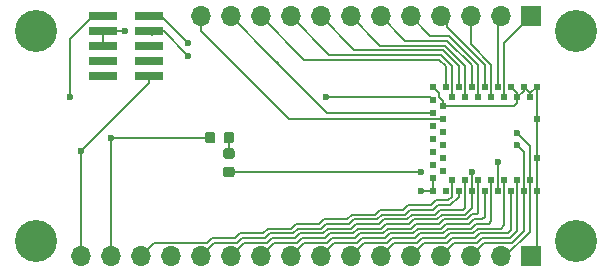
<source format=gbr>
G04 #@! TF.GenerationSoftware,KiCad,Pcbnew,(5.0.1)-3*
G04 #@! TF.CreationDate,2018-11-27T12:57:36+01:00*
G04 #@! TF.ProjectId,Adafruit_FeatherWing,41646166727569745F46656174686572,rev?*
G04 #@! TF.SameCoordinates,Original*
G04 #@! TF.FileFunction,Copper,L1,Top,Signal*
G04 #@! TF.FilePolarity,Positive*
%FSLAX46Y46*%
G04 Gerber Fmt 4.6, Leading zero omitted, Abs format (unit mm)*
G04 Created by KiCad (PCBNEW (5.0.1)-3) date 27.11.2018 12:57:36*
%MOMM*%
%LPD*%
G01*
G04 APERTURE LIST*
G04 #@! TA.AperFunction,ComponentPad*
%ADD10R,1.700000X1.700000*%
G04 #@! TD*
G04 #@! TA.AperFunction,ComponentPad*
%ADD11O,1.700000X1.700000*%
G04 #@! TD*
G04 #@! TA.AperFunction,WasherPad*
%ADD12C,3.556000*%
G04 #@! TD*
G04 #@! TA.AperFunction,SMDPad,CuDef*
%ADD13R,0.500000X0.500000*%
G04 #@! TD*
G04 #@! TA.AperFunction,SMDPad,CuDef*
%ADD14R,2.400000X0.740000*%
G04 #@! TD*
G04 #@! TA.AperFunction,Conductor*
%ADD15C,0.100000*%
G04 #@! TD*
G04 #@! TA.AperFunction,SMDPad,CuDef*
%ADD16C,0.875000*%
G04 #@! TD*
G04 #@! TA.AperFunction,ViaPad*
%ADD17C,0.600000*%
G04 #@! TD*
G04 #@! TA.AperFunction,Conductor*
%ADD18C,0.200000*%
G04 #@! TD*
G04 APERTURE END LIST*
D10*
G04 #@! TO.P,JP1,1*
G04 #@! TO.N,GND*
X156210000Y-124460000D03*
D11*
G04 #@! TO.P,JP1,2*
G04 #@! TO.N,/SWDIO*
X153670000Y-124460000D03*
G04 #@! TO.P,JP1,3*
G04 #@! TO.N,/SWDCLK*
X151130000Y-124460000D03*
G04 #@! TO.P,JP1,4*
G04 #@! TO.N,/P.24*
X148590000Y-124460000D03*
G04 #@! TO.P,JP1,5*
G04 #@! TO.N,/P.23*
X146050000Y-124460000D03*
G04 #@! TO.P,JP1,6*
G04 #@! TO.N,/P.22*
X143510000Y-124460000D03*
G04 #@! TO.P,JP1,7*
G04 #@! TO.N,/P.20*
X140970000Y-124460000D03*
G04 #@! TO.P,JP1,8*
G04 #@! TO.N,/P.19*
X138430000Y-124460000D03*
G04 #@! TO.P,JP1,9*
G04 #@! TO.N,/P.18*
X135890000Y-124460000D03*
G04 #@! TO.P,JP1,10*
G04 #@! TO.N,/P.17*
X133350000Y-124460000D03*
G04 #@! TO.P,JP1,11*
G04 #@! TO.N,/P.16*
X130810000Y-124460000D03*
G04 #@! TO.P,JP1,12*
G04 #@! TO.N,/P.15*
X128270000Y-124460000D03*
G04 #@! TO.P,JP1,13*
G04 #@! TO.N,GND*
X125730000Y-124460000D03*
G04 #@! TO.P,JP1,14*
G04 #@! TO.N,/P.14*
X123190000Y-124460000D03*
G04 #@! TO.P,JP1,15*
G04 #@! TO.N,VCC*
X120650000Y-124460000D03*
G04 #@! TO.P,JP1,16*
G04 #@! TO.N,/~RESET*
X118110000Y-124460000D03*
G04 #@! TD*
D12*
G04 #@! TO.P,PCB\002A\002A,*
G04 #@! TO.N,*
X160020000Y-123190000D03*
X114300000Y-123190000D03*
X160020000Y-105410000D03*
X114300000Y-105410000D03*
G04 #@! TD*
D10*
G04 #@! TO.P,JP3,1*
G04 #@! TO.N,/P.25*
X156210000Y-104140000D03*
D11*
G04 #@! TO.P,JP3,2*
G04 #@! TO.N,/P.26*
X153670000Y-104140000D03*
G04 #@! TO.P,JP3,3*
G04 #@! TO.N,/P.27*
X151130000Y-104140000D03*
G04 #@! TO.P,JP3,4*
G04 #@! TO.N,/P.28*
X148590000Y-104140000D03*
G04 #@! TO.P,JP3,5*
G04 #@! TO.N,/P.29*
X146050000Y-104140000D03*
G04 #@! TO.P,JP3,6*
G04 #@! TO.N,/P.30*
X143510000Y-104140000D03*
G04 #@! TO.P,JP3,7*
G04 #@! TO.N,/P.31*
X140970000Y-104140000D03*
G04 #@! TO.P,JP3,8*
G04 #@! TO.N,/P.00*
X138430000Y-104140000D03*
G04 #@! TO.P,JP3,9*
G04 #@! TO.N,/P.01*
X135890000Y-104140000D03*
G04 #@! TO.P,JP3,10*
G04 #@! TO.N,/P.02*
X133350000Y-104140000D03*
G04 #@! TO.P,JP3,11*
G04 #@! TO.N,/P.03*
X130810000Y-104140000D03*
G04 #@! TO.P,JP3,12*
G04 #@! TO.N,/P.04*
X128270000Y-104140000D03*
G04 #@! TD*
D13*
G04 #@! TO.P,U1,47*
G04 #@! TO.N,GND*
X156720000Y-112850000D03*
G04 #@! TO.P,U1,46*
X156720000Y-116150000D03*
G04 #@! TO.P,U1,45*
X156720000Y-118900000D03*
G04 #@! TO.P,U1,44*
G04 #@! TO.N,/SWDIO*
X156170000Y-118000000D03*
G04 #@! TO.P,U1,43*
G04 #@! TO.N,/SWDCLK*
X155620000Y-118900000D03*
G04 #@! TO.P,U1,42*
G04 #@! TO.N,/P.24*
X155070000Y-118000000D03*
G04 #@! TO.P,U1,41*
G04 #@! TO.N,/P.23*
X154520000Y-118900000D03*
G04 #@! TO.P,U1,40*
G04 #@! TO.N,/P.22*
X153970000Y-118000000D03*
G04 #@! TO.P,U1,39*
G04 #@! TO.N,/~RESET*
X153420000Y-118900000D03*
G04 #@! TO.P,U1,38*
G04 #@! TO.N,/P.20*
X152870000Y-118000000D03*
G04 #@! TO.P,U1,37*
G04 #@! TO.N,/P.19*
X152320000Y-118900000D03*
G04 #@! TO.P,U1,36*
G04 #@! TO.N,/P.18*
X151770000Y-118000000D03*
G04 #@! TO.P,U1,35*
G04 #@! TO.N,/P.17*
X151220000Y-118900000D03*
G04 #@! TO.P,U1,34*
G04 #@! TO.N,/P.16*
X150670000Y-118000000D03*
G04 #@! TO.P,U1,33*
G04 #@! TO.N,/P.15*
X150120000Y-118900000D03*
G04 #@! TO.P,U1,32*
G04 #@! TO.N,/P.14*
X149570000Y-118000000D03*
G04 #@! TO.P,U1,31*
G04 #@! TO.N,Net-(U1-Pad31)*
X149020000Y-118900000D03*
G04 #@! TO.P,U1,30*
G04 #@! TO.N,GND*
X147920000Y-118900000D03*
G04 #@! TO.P,U1,29*
X147920000Y-117800000D03*
G04 #@! TO.P,U1,28*
G04 #@! TO.N,Net-(U1-Pad28)*
X148820000Y-117250000D03*
G04 #@! TO.P,U1,27*
G04 #@! TO.N,Net-(U1-Pad27)*
X147920000Y-116700000D03*
G04 #@! TO.P,U1,26*
G04 #@! TO.N,Net-(U1-Pad26)*
X148820000Y-116150000D03*
G04 #@! TO.P,U1,25*
G04 #@! TO.N,Net-(U1-Pad25)*
X147920000Y-115600000D03*
G04 #@! TO.P,U1,24*
G04 #@! TO.N,Net-(U1-Pad24)*
X148820000Y-115050000D03*
G04 #@! TO.P,U1,23*
G04 #@! TO.N,Net-(U1-Pad23)*
X147920000Y-114500000D03*
G04 #@! TO.P,U1,22*
G04 #@! TO.N,Net-(U1-Pad22)*
X148820000Y-113950000D03*
G04 #@! TO.P,U1,21*
G04 #@! TO.N,Net-(U1-Pad21)*
X147920000Y-113400000D03*
G04 #@! TO.P,U1,20*
G04 #@! TO.N,/P.04*
X148820000Y-112850000D03*
G04 #@! TO.P,U1,19*
G04 #@! TO.N,/P.03*
X147920000Y-112300000D03*
G04 #@! TO.P,U1,18*
G04 #@! TO.N,GND*
X148820000Y-111750000D03*
G04 #@! TO.P,U1,17*
G04 #@! TO.N,VCC*
X147920000Y-111200000D03*
G04 #@! TO.P,U1,16*
G04 #@! TO.N,GND*
X147920000Y-110100000D03*
G04 #@! TO.P,U1,15*
G04 #@! TO.N,/P.02*
X149020000Y-110100000D03*
G04 #@! TO.P,U1,14*
G04 #@! TO.N,/P.01*
X149570000Y-111000000D03*
G04 #@! TO.P,U1,13*
G04 #@! TO.N,/P.00*
X150120000Y-110100000D03*
G04 #@! TO.P,U1,12*
G04 #@! TO.N,/P.31*
X150670000Y-111000000D03*
G04 #@! TO.P,U1,11*
G04 #@! TO.N,/P.30*
X151220000Y-110100000D03*
G04 #@! TO.P,U1,10*
G04 #@! TO.N,/P.29*
X151770000Y-111000000D03*
G04 #@! TO.P,U1,9*
G04 #@! TO.N,/P.28*
X152320000Y-110100000D03*
G04 #@! TO.P,U1,8*
G04 #@! TO.N,/P.27*
X152870000Y-111000000D03*
G04 #@! TO.P,U1,7*
G04 #@! TO.N,/P.26*
X153420000Y-110100000D03*
G04 #@! TO.P,U1,6*
G04 #@! TO.N,/P.25*
X153970000Y-111000000D03*
G04 #@! TO.P,U1,5*
G04 #@! TO.N,GND*
X154520000Y-110100000D03*
G04 #@! TO.P,U1,4*
X155070000Y-111000000D03*
G04 #@! TO.P,U1,3*
X155620000Y-110100000D03*
G04 #@! TO.P,U1,2*
X156170000Y-111000000D03*
G04 #@! TO.P,U1,1*
X156720000Y-110100000D03*
G04 #@! TD*
D14*
G04 #@! TO.P,J1,1*
G04 #@! TO.N,VCC*
X119970000Y-104140000D03*
G04 #@! TO.P,J1,2*
G04 #@! TO.N,/SWDIO*
X123870000Y-104140000D03*
G04 #@! TO.P,J1,3*
G04 #@! TO.N,GND*
X119970000Y-105410000D03*
G04 #@! TO.P,J1,4*
G04 #@! TO.N,/SWDCLK*
X123870000Y-105410000D03*
G04 #@! TO.P,J1,5*
G04 #@! TO.N,GND*
X119970000Y-106680000D03*
G04 #@! TO.P,J1,6*
G04 #@! TO.N,Net-(J1-Pad6)*
X123870000Y-106680000D03*
G04 #@! TO.P,J1,7*
G04 #@! TO.N,Net-(J1-Pad7)*
X119970000Y-107950000D03*
G04 #@! TO.P,J1,8*
G04 #@! TO.N,Net-(J1-Pad8)*
X123870000Y-107950000D03*
G04 #@! TO.P,J1,9*
G04 #@! TO.N,Net-(J1-Pad9)*
X119970000Y-109220000D03*
G04 #@! TO.P,J1,10*
G04 #@! TO.N,/~RESET*
X123870000Y-109220000D03*
G04 #@! TD*
D15*
G04 #@! TO.N,Net-(LED1-Pad2)*
G04 #@! TO.C,LED1*
G36*
X130947691Y-115301053D02*
X130968926Y-115304203D01*
X130989750Y-115309419D01*
X131009962Y-115316651D01*
X131029368Y-115325830D01*
X131047781Y-115336866D01*
X131065024Y-115349654D01*
X131080930Y-115364070D01*
X131095346Y-115379976D01*
X131108134Y-115397219D01*
X131119170Y-115415632D01*
X131128349Y-115435038D01*
X131135581Y-115455250D01*
X131140797Y-115476074D01*
X131143947Y-115497309D01*
X131145000Y-115518750D01*
X131145000Y-115956250D01*
X131143947Y-115977691D01*
X131140797Y-115998926D01*
X131135581Y-116019750D01*
X131128349Y-116039962D01*
X131119170Y-116059368D01*
X131108134Y-116077781D01*
X131095346Y-116095024D01*
X131080930Y-116110930D01*
X131065024Y-116125346D01*
X131047781Y-116138134D01*
X131029368Y-116149170D01*
X131009962Y-116158349D01*
X130989750Y-116165581D01*
X130968926Y-116170797D01*
X130947691Y-116173947D01*
X130926250Y-116175000D01*
X130413750Y-116175000D01*
X130392309Y-116173947D01*
X130371074Y-116170797D01*
X130350250Y-116165581D01*
X130330038Y-116158349D01*
X130310632Y-116149170D01*
X130292219Y-116138134D01*
X130274976Y-116125346D01*
X130259070Y-116110930D01*
X130244654Y-116095024D01*
X130231866Y-116077781D01*
X130220830Y-116059368D01*
X130211651Y-116039962D01*
X130204419Y-116019750D01*
X130199203Y-115998926D01*
X130196053Y-115977691D01*
X130195000Y-115956250D01*
X130195000Y-115518750D01*
X130196053Y-115497309D01*
X130199203Y-115476074D01*
X130204419Y-115455250D01*
X130211651Y-115435038D01*
X130220830Y-115415632D01*
X130231866Y-115397219D01*
X130244654Y-115379976D01*
X130259070Y-115364070D01*
X130274976Y-115349654D01*
X130292219Y-115336866D01*
X130310632Y-115325830D01*
X130330038Y-115316651D01*
X130350250Y-115309419D01*
X130371074Y-115304203D01*
X130392309Y-115301053D01*
X130413750Y-115300000D01*
X130926250Y-115300000D01*
X130947691Y-115301053D01*
X130947691Y-115301053D01*
G37*
D16*
G04 #@! TD*
G04 #@! TO.P,LED1,2*
G04 #@! TO.N,Net-(LED1-Pad2)*
X130670000Y-115737500D03*
D15*
G04 #@! TO.N,/P.17*
G04 #@! TO.C,LED1*
G36*
X130947691Y-116876053D02*
X130968926Y-116879203D01*
X130989750Y-116884419D01*
X131009962Y-116891651D01*
X131029368Y-116900830D01*
X131047781Y-116911866D01*
X131065024Y-116924654D01*
X131080930Y-116939070D01*
X131095346Y-116954976D01*
X131108134Y-116972219D01*
X131119170Y-116990632D01*
X131128349Y-117010038D01*
X131135581Y-117030250D01*
X131140797Y-117051074D01*
X131143947Y-117072309D01*
X131145000Y-117093750D01*
X131145000Y-117531250D01*
X131143947Y-117552691D01*
X131140797Y-117573926D01*
X131135581Y-117594750D01*
X131128349Y-117614962D01*
X131119170Y-117634368D01*
X131108134Y-117652781D01*
X131095346Y-117670024D01*
X131080930Y-117685930D01*
X131065024Y-117700346D01*
X131047781Y-117713134D01*
X131029368Y-117724170D01*
X131009962Y-117733349D01*
X130989750Y-117740581D01*
X130968926Y-117745797D01*
X130947691Y-117748947D01*
X130926250Y-117750000D01*
X130413750Y-117750000D01*
X130392309Y-117748947D01*
X130371074Y-117745797D01*
X130350250Y-117740581D01*
X130330038Y-117733349D01*
X130310632Y-117724170D01*
X130292219Y-117713134D01*
X130274976Y-117700346D01*
X130259070Y-117685930D01*
X130244654Y-117670024D01*
X130231866Y-117652781D01*
X130220830Y-117634368D01*
X130211651Y-117614962D01*
X130204419Y-117594750D01*
X130199203Y-117573926D01*
X130196053Y-117552691D01*
X130195000Y-117531250D01*
X130195000Y-117093750D01*
X130196053Y-117072309D01*
X130199203Y-117051074D01*
X130204419Y-117030250D01*
X130211651Y-117010038D01*
X130220830Y-116990632D01*
X130231866Y-116972219D01*
X130244654Y-116954976D01*
X130259070Y-116939070D01*
X130274976Y-116924654D01*
X130292219Y-116911866D01*
X130310632Y-116900830D01*
X130330038Y-116891651D01*
X130350250Y-116884419D01*
X130371074Y-116879203D01*
X130392309Y-116876053D01*
X130413750Y-116875000D01*
X130926250Y-116875000D01*
X130947691Y-116876053D01*
X130947691Y-116876053D01*
G37*
D16*
G04 #@! TD*
G04 #@! TO.P,LED1,1*
G04 #@! TO.N,/P.17*
X130670000Y-117312500D03*
D15*
G04 #@! TO.N,Net-(LED1-Pad2)*
G04 #@! TO.C,R1*
G36*
X130910191Y-113926053D02*
X130931426Y-113929203D01*
X130952250Y-113934419D01*
X130972462Y-113941651D01*
X130991868Y-113950830D01*
X131010281Y-113961866D01*
X131027524Y-113974654D01*
X131043430Y-113989070D01*
X131057846Y-114004976D01*
X131070634Y-114022219D01*
X131081670Y-114040632D01*
X131090849Y-114060038D01*
X131098081Y-114080250D01*
X131103297Y-114101074D01*
X131106447Y-114122309D01*
X131107500Y-114143750D01*
X131107500Y-114656250D01*
X131106447Y-114677691D01*
X131103297Y-114698926D01*
X131098081Y-114719750D01*
X131090849Y-114739962D01*
X131081670Y-114759368D01*
X131070634Y-114777781D01*
X131057846Y-114795024D01*
X131043430Y-114810930D01*
X131027524Y-114825346D01*
X131010281Y-114838134D01*
X130991868Y-114849170D01*
X130972462Y-114858349D01*
X130952250Y-114865581D01*
X130931426Y-114870797D01*
X130910191Y-114873947D01*
X130888750Y-114875000D01*
X130451250Y-114875000D01*
X130429809Y-114873947D01*
X130408574Y-114870797D01*
X130387750Y-114865581D01*
X130367538Y-114858349D01*
X130348132Y-114849170D01*
X130329719Y-114838134D01*
X130312476Y-114825346D01*
X130296570Y-114810930D01*
X130282154Y-114795024D01*
X130269366Y-114777781D01*
X130258330Y-114759368D01*
X130249151Y-114739962D01*
X130241919Y-114719750D01*
X130236703Y-114698926D01*
X130233553Y-114677691D01*
X130232500Y-114656250D01*
X130232500Y-114143750D01*
X130233553Y-114122309D01*
X130236703Y-114101074D01*
X130241919Y-114080250D01*
X130249151Y-114060038D01*
X130258330Y-114040632D01*
X130269366Y-114022219D01*
X130282154Y-114004976D01*
X130296570Y-113989070D01*
X130312476Y-113974654D01*
X130329719Y-113961866D01*
X130348132Y-113950830D01*
X130367538Y-113941651D01*
X130387750Y-113934419D01*
X130408574Y-113929203D01*
X130429809Y-113926053D01*
X130451250Y-113925000D01*
X130888750Y-113925000D01*
X130910191Y-113926053D01*
X130910191Y-113926053D01*
G37*
D16*
G04 #@! TD*
G04 #@! TO.P,R1,1*
G04 #@! TO.N,Net-(LED1-Pad2)*
X130670000Y-114400000D03*
D15*
G04 #@! TO.N,VCC*
G04 #@! TO.C,R1*
G36*
X129335191Y-113926053D02*
X129356426Y-113929203D01*
X129377250Y-113934419D01*
X129397462Y-113941651D01*
X129416868Y-113950830D01*
X129435281Y-113961866D01*
X129452524Y-113974654D01*
X129468430Y-113989070D01*
X129482846Y-114004976D01*
X129495634Y-114022219D01*
X129506670Y-114040632D01*
X129515849Y-114060038D01*
X129523081Y-114080250D01*
X129528297Y-114101074D01*
X129531447Y-114122309D01*
X129532500Y-114143750D01*
X129532500Y-114656250D01*
X129531447Y-114677691D01*
X129528297Y-114698926D01*
X129523081Y-114719750D01*
X129515849Y-114739962D01*
X129506670Y-114759368D01*
X129495634Y-114777781D01*
X129482846Y-114795024D01*
X129468430Y-114810930D01*
X129452524Y-114825346D01*
X129435281Y-114838134D01*
X129416868Y-114849170D01*
X129397462Y-114858349D01*
X129377250Y-114865581D01*
X129356426Y-114870797D01*
X129335191Y-114873947D01*
X129313750Y-114875000D01*
X128876250Y-114875000D01*
X128854809Y-114873947D01*
X128833574Y-114870797D01*
X128812750Y-114865581D01*
X128792538Y-114858349D01*
X128773132Y-114849170D01*
X128754719Y-114838134D01*
X128737476Y-114825346D01*
X128721570Y-114810930D01*
X128707154Y-114795024D01*
X128694366Y-114777781D01*
X128683330Y-114759368D01*
X128674151Y-114739962D01*
X128666919Y-114719750D01*
X128661703Y-114698926D01*
X128658553Y-114677691D01*
X128657500Y-114656250D01*
X128657500Y-114143750D01*
X128658553Y-114122309D01*
X128661703Y-114101074D01*
X128666919Y-114080250D01*
X128674151Y-114060038D01*
X128683330Y-114040632D01*
X128694366Y-114022219D01*
X128707154Y-114004976D01*
X128721570Y-113989070D01*
X128737476Y-113974654D01*
X128754719Y-113961866D01*
X128773132Y-113950830D01*
X128792538Y-113941651D01*
X128812750Y-113934419D01*
X128833574Y-113929203D01*
X128854809Y-113926053D01*
X128876250Y-113925000D01*
X129313750Y-113925000D01*
X129335191Y-113926053D01*
X129335191Y-113926053D01*
G37*
D16*
G04 #@! TD*
G04 #@! TO.P,R1,2*
G04 #@! TO.N,VCC*
X129095000Y-114400000D03*
D17*
G04 #@! TO.N,/SWDCLK*
X155020000Y-115000000D03*
G04 #@! TO.N,GND*
X146970000Y-118900000D03*
X121860000Y-105410000D03*
G04 #@! TO.N,/SWDIO*
X127220000Y-106400000D03*
G04 #@! TO.N,VCC*
X138920000Y-111000000D03*
X120650000Y-114470000D03*
X117220000Y-111000000D03*
G04 #@! TO.N,/~RESET*
X118110000Y-115550000D03*
X153420000Y-116450000D03*
G04 #@! TO.N,/SWDIO*
X155020000Y-114000000D03*
G04 #@! TO.N,/SWDCLK*
X127220000Y-107450000D03*
G04 #@! TO.N,/P.17*
X151220000Y-117300000D03*
X146970000Y-117300000D03*
G04 #@! TD*
D18*
G04 #@! TO.N,GND*
X156720000Y-113300000D02*
X156720000Y-116150000D01*
X156720000Y-112850000D02*
X156720000Y-113300000D01*
X156720000Y-116150000D02*
X156720000Y-118900000D01*
X156720000Y-111100000D02*
X156720000Y-110100000D01*
X156720000Y-112850000D02*
X156720000Y-111100000D01*
X156170000Y-110650000D02*
X156720000Y-110100000D01*
X156170000Y-111000000D02*
X156170000Y-110650000D01*
X155620000Y-110100000D02*
X156170000Y-110650000D01*
X155620000Y-110450000D02*
X155070000Y-111000000D01*
X155620000Y-110100000D02*
X155620000Y-110450000D01*
X155070000Y-110650000D02*
X154520000Y-110100000D01*
X155070000Y-111000000D02*
X155070000Y-110650000D01*
X149270000Y-111750000D02*
X148820000Y-111750000D01*
X154770000Y-111750000D02*
X149270000Y-111750000D01*
X155070000Y-111450000D02*
X154770000Y-111750000D01*
X155070000Y-111000000D02*
X155070000Y-111450000D01*
X148470001Y-110650001D02*
X147920000Y-110100000D01*
X148470001Y-110950001D02*
X148470001Y-110650001D01*
X148820000Y-111300000D02*
X148470001Y-110950001D01*
X148820000Y-111750000D02*
X148820000Y-111300000D01*
X156720000Y-123950000D02*
X156210000Y-124460000D01*
X156720000Y-118900000D02*
X156720000Y-123950000D01*
X147920000Y-118900000D02*
X147920000Y-117800000D01*
X119970000Y-106680000D02*
X119970000Y-105410000D01*
X119970000Y-105410000D02*
X121860000Y-105410000D01*
X121860000Y-105410000D02*
X121860000Y-105410000D01*
X147920000Y-118900000D02*
X146970000Y-118900000D01*
G04 #@! TO.N,VCC*
X119960000Y-104150000D02*
X119970000Y-104140000D01*
X120650000Y-124460000D02*
X120650000Y-114470000D01*
X147720000Y-111000000D02*
X147920000Y-111200000D01*
X146170000Y-111000000D02*
X147720000Y-111000000D01*
X146170000Y-111000000D02*
X138920000Y-111000000D01*
X120650000Y-114470000D02*
X120650000Y-114470000D01*
X117220000Y-110575736D02*
X117220000Y-111000000D01*
X117220000Y-106060000D02*
X117220000Y-110575736D01*
X119140000Y-104140000D02*
X117220000Y-106060000D01*
X119970000Y-104140000D02*
X119140000Y-104140000D01*
X129025000Y-114470000D02*
X129095000Y-114400000D01*
X120650000Y-114470000D02*
X129025000Y-114470000D01*
G04 #@! TO.N,/P.20*
X142120000Y-123310000D02*
X140970000Y-124460000D01*
X144090000Y-123310000D02*
X142120000Y-123310000D01*
X144490000Y-122910000D02*
X144090000Y-123310000D01*
X146860000Y-122510000D02*
X146460000Y-122910000D01*
X148830000Y-122510000D02*
X146860000Y-122510000D01*
X152870000Y-121480000D02*
X152650000Y-121700000D01*
X152870000Y-118000000D02*
X152870000Y-121480000D01*
X152650000Y-121700000D02*
X151610000Y-121700000D01*
X146460000Y-122910000D02*
X144490000Y-122910000D01*
X151610000Y-121700000D02*
X151200000Y-122110000D01*
X151200000Y-122110000D02*
X149230000Y-122110000D01*
X149230000Y-122110000D02*
X148830000Y-122510000D01*
G04 #@! TO.N,/P.19*
X143920000Y-122910000D02*
X141950000Y-122910000D01*
X146290000Y-122510000D02*
X144320000Y-122510000D01*
X139580000Y-123310000D02*
X138430000Y-124460000D01*
X146690000Y-122110000D02*
X146290000Y-122510000D01*
X141550000Y-123310000D02*
X139580000Y-123310000D01*
X148660000Y-122110000D02*
X146690000Y-122110000D01*
X152320000Y-121080000D02*
X152100000Y-121300000D01*
X152320000Y-118900000D02*
X152320000Y-121080000D01*
X144320000Y-122510000D02*
X143920000Y-122910000D01*
X152100000Y-121300000D02*
X151440000Y-121300000D01*
X141950000Y-122910000D02*
X141550000Y-123310000D01*
X151440000Y-121300000D02*
X151030000Y-121710000D01*
X151030000Y-121710000D02*
X149060000Y-121710000D01*
X149060000Y-121710000D02*
X148660000Y-122110000D01*
G04 #@! TO.N,/P.18*
X137040000Y-123310000D02*
X135890000Y-124460000D01*
X139010000Y-123310000D02*
X137040000Y-123310000D01*
X143750000Y-122510000D02*
X141780000Y-122510000D01*
X146120000Y-122110000D02*
X144150000Y-122110000D01*
X148480000Y-121710000D02*
X146520000Y-121710000D01*
X151770000Y-120810000D02*
X151680000Y-120900000D01*
X141780000Y-122510000D02*
X141380000Y-122910000D01*
X151770000Y-118000000D02*
X151770000Y-120810000D01*
X151680000Y-120900000D02*
X151270000Y-120900000D01*
X141380000Y-122910000D02*
X139410000Y-122910000D01*
X151270000Y-120900000D02*
X150860000Y-121310000D01*
X146520000Y-121710000D02*
X146120000Y-122110000D01*
X150860000Y-121310000D02*
X148880000Y-121310000D01*
X139410000Y-122910000D02*
X139010000Y-123310000D01*
X144150000Y-122110000D02*
X143750000Y-122510000D01*
X148880000Y-121310000D02*
X148480000Y-121710000D01*
G04 #@! TO.N,/P.17*
X134500000Y-123310000D02*
X133350000Y-124460000D01*
X136470000Y-123310000D02*
X134500000Y-123310000D01*
X136870000Y-122910000D02*
X136470000Y-123310000D01*
X139240000Y-122510000D02*
X138840000Y-122910000D01*
X138840000Y-122910000D02*
X136870000Y-122910000D01*
X141210000Y-122510000D02*
X139240000Y-122510000D01*
X141610000Y-122110000D02*
X141210000Y-122510000D01*
X143580000Y-122110000D02*
X141610000Y-122110000D01*
X143980000Y-121710000D02*
X143580000Y-122110000D01*
X151220000Y-118900000D02*
X151220000Y-120384302D01*
X145950000Y-121710000D02*
X143980000Y-121710000D01*
X150694302Y-120910000D02*
X148710000Y-120910000D01*
X148710000Y-120910000D02*
X148310000Y-121310000D01*
X148310000Y-121310000D02*
X146350000Y-121310000D01*
X151220000Y-120384302D02*
X150694302Y-120910000D01*
X146350000Y-121310000D02*
X145950000Y-121710000D01*
G04 #@! TO.N,/P.16*
X131960000Y-123310000D02*
X130810000Y-124460000D01*
X146180000Y-120910000D02*
X145780000Y-121310000D01*
X138660000Y-122510000D02*
X136700000Y-122510000D01*
X148540000Y-120510000D02*
X148140000Y-120910000D01*
X150670000Y-120320000D02*
X150480000Y-120510000D01*
X150480000Y-120510000D02*
X148540000Y-120510000D01*
X143410000Y-121710000D02*
X141440000Y-121710000D01*
X133930000Y-123310000D02*
X131960000Y-123310000D01*
X145780000Y-121310000D02*
X143810000Y-121310000D01*
X136700000Y-122510000D02*
X136300000Y-122910000D01*
X143810000Y-121310000D02*
X143410000Y-121710000D01*
X148140000Y-120910000D02*
X146180000Y-120910000D01*
X141440000Y-121710000D02*
X141040000Y-122110000D01*
X141040000Y-122110000D02*
X139060000Y-122110000D01*
X139060000Y-122110000D02*
X138660000Y-122510000D01*
X136300000Y-122910000D02*
X134330000Y-122910000D01*
X150670000Y-118000000D02*
X150670000Y-120320000D01*
X134330000Y-122910000D02*
X133930000Y-123310000D01*
G04 #@! TO.N,/P.24*
X155070000Y-118000000D02*
X155070000Y-122280000D01*
X155070000Y-122280000D02*
X154450000Y-122900000D01*
X154450000Y-122900000D02*
X152120000Y-122900000D01*
X152120000Y-122900000D02*
X151710000Y-123310000D01*
X149740000Y-123310000D02*
X148590000Y-124460000D01*
X151710000Y-123310000D02*
X149740000Y-123310000D01*
G04 #@! TO.N,/P.23*
X147200000Y-123310000D02*
X146050000Y-124460000D01*
X154520000Y-122250000D02*
X154270000Y-122500000D01*
X154520000Y-118900000D02*
X154520000Y-122250000D01*
X154270000Y-122500000D02*
X151950000Y-122500000D01*
X151950000Y-122500000D02*
X151540000Y-122910000D01*
X149170000Y-123310000D02*
X147200000Y-123310000D01*
X151540000Y-122910000D02*
X149570000Y-122910000D01*
X149570000Y-122910000D02*
X149170000Y-123310000D01*
G04 #@! TO.N,/P.22*
X146630000Y-123310000D02*
X144660000Y-123310000D01*
X147030000Y-122910000D02*
X146630000Y-123310000D01*
X149000000Y-122910000D02*
X147030000Y-122910000D01*
X144660000Y-123310000D02*
X143510000Y-124460000D01*
X153970000Y-121810000D02*
X153680000Y-122100000D01*
X153970000Y-118000000D02*
X153970000Y-121810000D01*
X153680000Y-122100000D02*
X151780000Y-122100000D01*
X151780000Y-122100000D02*
X151370000Y-122510000D01*
X151370000Y-122510000D02*
X149400000Y-122510000D01*
X149400000Y-122510000D02*
X149000000Y-122910000D01*
G04 #@! TO.N,/~RESET*
X123870000Y-109300000D02*
X123870000Y-109220000D01*
X118110000Y-123257919D02*
X118110000Y-124460000D01*
X118110000Y-115550000D02*
X118110000Y-115550000D01*
X123870000Y-109790000D02*
X118110000Y-115550000D01*
X123870000Y-109220000D02*
X123870000Y-109790000D01*
X153420000Y-118900000D02*
X153420000Y-117550000D01*
X118110000Y-115550000D02*
X118110000Y-123257919D01*
X153420000Y-117550000D02*
X153420000Y-116450000D01*
X153420000Y-116450000D02*
X153420000Y-116450000D01*
G04 #@! TO.N,/P.25*
X153970000Y-106380000D02*
X156210000Y-104140000D01*
X153970000Y-111000000D02*
X153970000Y-106380000D01*
G04 #@! TO.N,/P.26*
X153420000Y-104390000D02*
X153670000Y-104140000D01*
X153420000Y-110100000D02*
X153420000Y-104390000D01*
G04 #@! TO.N,/P.27*
X151130000Y-106500114D02*
X151130000Y-104140000D01*
X152870000Y-111000000D02*
X152870000Y-108240114D01*
X152870000Y-108240114D02*
X151130000Y-106500114D01*
G04 #@! TO.N,/P.28*
X149124188Y-104674188D02*
X148590000Y-104140000D01*
X149124188Y-105060000D02*
X149124188Y-104674188D01*
X152320000Y-110100000D02*
X152320000Y-108255812D01*
X152320000Y-108255812D02*
X149124188Y-105060000D01*
G04 #@! TO.N,/P.29*
X147710010Y-105800010D02*
X146050000Y-104140000D01*
X149298500Y-105800010D02*
X147710010Y-105800010D01*
X151770000Y-108271510D02*
X149298500Y-105800010D01*
X151770000Y-111000000D02*
X151770000Y-108271510D01*
G04 #@! TO.N,/P.30*
X145570020Y-106200020D02*
X143510000Y-104140000D01*
X149132812Y-106200020D02*
X145570020Y-106200020D01*
X151220000Y-108287208D02*
X149132812Y-106200020D01*
X151220000Y-110100000D02*
X151220000Y-108287208D01*
G04 #@! TO.N,/P.31*
X143430030Y-106600030D02*
X140970000Y-104140000D01*
X148967124Y-106600030D02*
X143430030Y-106600030D01*
X150670000Y-108302906D02*
X148967124Y-106600030D01*
X150670000Y-111000000D02*
X150670000Y-108302906D01*
G04 #@! TO.N,/P.00*
X148801436Y-107000040D02*
X141290040Y-107000040D01*
X150120000Y-108318604D02*
X148801436Y-107000040D01*
X141290040Y-107000040D02*
X138430000Y-104140000D01*
X150120000Y-110100000D02*
X150120000Y-108318604D01*
G04 #@! TO.N,/P.01*
X139150050Y-107400050D02*
X135890000Y-104140000D01*
X149570000Y-108334302D02*
X148635748Y-107400050D01*
X148635748Y-107400050D02*
X139150050Y-107400050D01*
X149570000Y-111000000D02*
X149570000Y-108334302D01*
G04 #@! TO.N,/P.02*
X149020000Y-110100000D02*
X149020000Y-108350000D01*
X149020000Y-108350000D02*
X148470060Y-107800060D01*
X137010060Y-107800060D02*
X133350000Y-104140000D01*
X148470060Y-107800060D02*
X137010060Y-107800060D01*
G04 #@! TO.N,/P.03*
X138970000Y-112300000D02*
X134320000Y-107650000D01*
X147920000Y-112300000D02*
X138970000Y-112300000D01*
X134870070Y-108200070D02*
X134320000Y-107650000D01*
X134320000Y-107650000D02*
X130810000Y-104140000D01*
G04 #@! TO.N,/P.04*
X128270000Y-105342081D02*
X128270000Y-104140000D01*
X148820000Y-112850000D02*
X135777919Y-112850000D01*
X135777919Y-112850000D02*
X128270000Y-105342081D01*
G04 #@! TO.N,/SWDIO*
X123980000Y-104250000D02*
X123870000Y-104140000D01*
X123910000Y-104100000D02*
X123870000Y-104140000D01*
X126920001Y-106100001D02*
X127220000Y-106400000D01*
X124960000Y-104140000D02*
X126920001Y-106100001D01*
X123870000Y-104140000D02*
X124960000Y-104140000D01*
X154060000Y-124460000D02*
X153670000Y-124460000D01*
X156170000Y-118000000D02*
X156170000Y-122350000D01*
X156170000Y-122350000D02*
X154060000Y-124460000D01*
X156170000Y-117550000D02*
X156170000Y-118000000D01*
X156170000Y-115500000D02*
X156170000Y-117550000D01*
X156170000Y-115150000D02*
X156170000Y-115300000D01*
X155020000Y-114000000D02*
X156170000Y-115150000D01*
X156170000Y-118000000D02*
X156170000Y-115300000D01*
G04 #@! TO.N,/SWDCLK*
X124150011Y-105690011D02*
X123870000Y-105410000D01*
X123880000Y-105400000D02*
X123870000Y-105410000D01*
X125180000Y-105410000D02*
X123870000Y-105410000D01*
X127220000Y-107450000D02*
X125180000Y-105410000D01*
X152290000Y-123300000D02*
X151130000Y-124460000D01*
X154620000Y-123300000D02*
X152290000Y-123300000D01*
X155620000Y-118900000D02*
X155620000Y-122300000D01*
X155620000Y-122300000D02*
X154620000Y-123300000D01*
X155620000Y-115600000D02*
X155020000Y-115000000D01*
X155620000Y-118900000D02*
X155620000Y-115600000D01*
G04 #@! TO.N,/P.17*
X151220000Y-118900000D02*
X151220000Y-117200000D01*
X151220000Y-117200000D02*
X151220000Y-117200000D01*
G04 #@! TO.N,/P.15*
X150120000Y-118900000D02*
X150120000Y-119405701D01*
X150120000Y-119405701D02*
X149415711Y-120109990D01*
X149415711Y-120109990D02*
X148370010Y-120109990D01*
X148370010Y-120109990D02*
X147970000Y-120510000D01*
X147970000Y-120510000D02*
X146010000Y-120510000D01*
X146010000Y-120510000D02*
X145610000Y-120910000D01*
X145610000Y-120910000D02*
X143640000Y-120910000D01*
X143640000Y-120910000D02*
X143240000Y-121310000D01*
X143240000Y-121310000D02*
X141270000Y-121310000D01*
X141270000Y-121310000D02*
X140870000Y-121710000D01*
X140870000Y-121710000D02*
X138890000Y-121710000D01*
X138890000Y-121710000D02*
X138490000Y-122110000D01*
X138490000Y-122110000D02*
X136530000Y-122110000D01*
X136530000Y-122110000D02*
X136130000Y-122510000D01*
X136130000Y-122510000D02*
X134160000Y-122510000D01*
X134160000Y-122510000D02*
X133760000Y-122910000D01*
X133760000Y-122910000D02*
X131790000Y-122910000D01*
X131790000Y-122910000D02*
X131390000Y-123310000D01*
X129420000Y-123310000D02*
X128270000Y-124460000D01*
X131390000Y-123310000D02*
X129420000Y-123310000D01*
G04 #@! TO.N,/P.14*
X149570000Y-118740000D02*
X149570000Y-118000000D01*
X149570000Y-119390002D02*
X149510001Y-119450001D01*
X149570000Y-119230000D02*
X149570000Y-119390000D01*
X149570000Y-119230000D02*
X149570000Y-118740000D01*
X149570000Y-119390002D02*
X149570000Y-119230000D01*
X149570000Y-119390000D02*
X149250020Y-119709980D01*
X149250020Y-119709980D02*
X148399980Y-119709980D01*
X124340000Y-123310000D02*
X123190000Y-124460000D01*
X128850000Y-123310000D02*
X124340000Y-123310000D01*
X129250000Y-122910000D02*
X128850000Y-123310000D01*
X131220000Y-122910000D02*
X129250000Y-122910000D01*
X133590000Y-122510000D02*
X131620000Y-122510000D01*
X138720000Y-121310000D02*
X138320000Y-121710000D01*
X138320000Y-121710000D02*
X136360000Y-121710000D01*
X136360000Y-121710000D02*
X135960000Y-122110000D01*
X133990000Y-122110000D02*
X133590000Y-122510000D01*
X135960000Y-122110000D02*
X133990000Y-122110000D01*
X131620000Y-122510000D02*
X131220000Y-122910000D01*
X140690000Y-121310000D02*
X140580000Y-121310000D01*
X140580000Y-121310000D02*
X138720000Y-121310000D01*
X140700000Y-121310000D02*
X140580000Y-121310000D01*
X141100000Y-120910000D02*
X140700000Y-121310000D01*
X148200020Y-119709980D02*
X147800000Y-120110000D01*
X143070000Y-120910000D02*
X141100000Y-120910000D01*
X149250020Y-119709980D02*
X148200020Y-119709980D01*
X145840000Y-120110000D02*
X145440000Y-120510000D01*
X145440000Y-120510000D02*
X143470000Y-120510000D01*
X147800000Y-120110000D02*
X145840000Y-120110000D01*
X143470000Y-120510000D02*
X143070000Y-120910000D01*
G04 #@! TO.N,/P.17*
X146970000Y-117300000D02*
X142582500Y-117300000D01*
X142570000Y-117312500D02*
X130670000Y-117312500D01*
X142582500Y-117300000D02*
X142570000Y-117312500D01*
G04 #@! TO.N,Net-(LED1-Pad2)*
X130670000Y-115737500D02*
X130670000Y-114400000D01*
G04 #@! TD*
M02*

</source>
